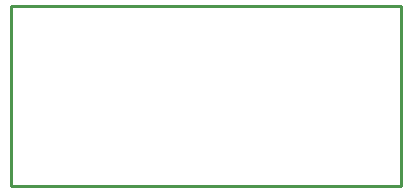
<source format=gko>
G04 Layer_Color=8388736*
%FSAX24Y24*%
%MOIN*%
G70*
G01*
G75*
%ADD17C,0.0100*%
D17*
X103010Y044050D02*
Y050050D01*
X090010D02*
X103010D01*
X090010Y044050D02*
Y050050D01*
Y044050D02*
X103010D01*
M02*

</source>
